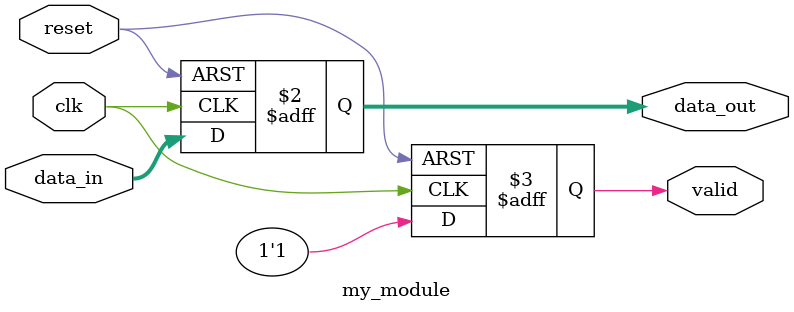
<source format=sv>
`timescale 1ns / 1ps

module my_module (
    input wire clk,
    input wire reset,
    input wire [7:0] data_in,
    output reg [7:0] data_out,
    output reg valid
);

    // Simple passthrough logic (replace with your implementation)
    always @(posedge clk or posedge reset) begin
        if (reset) begin
            data_out <= 8'b0;
            valid <= 1'b0;
        end else begin
            data_out <= data_in;
            valid <= 1'b1;
        end
    end

endmodule

</source>
